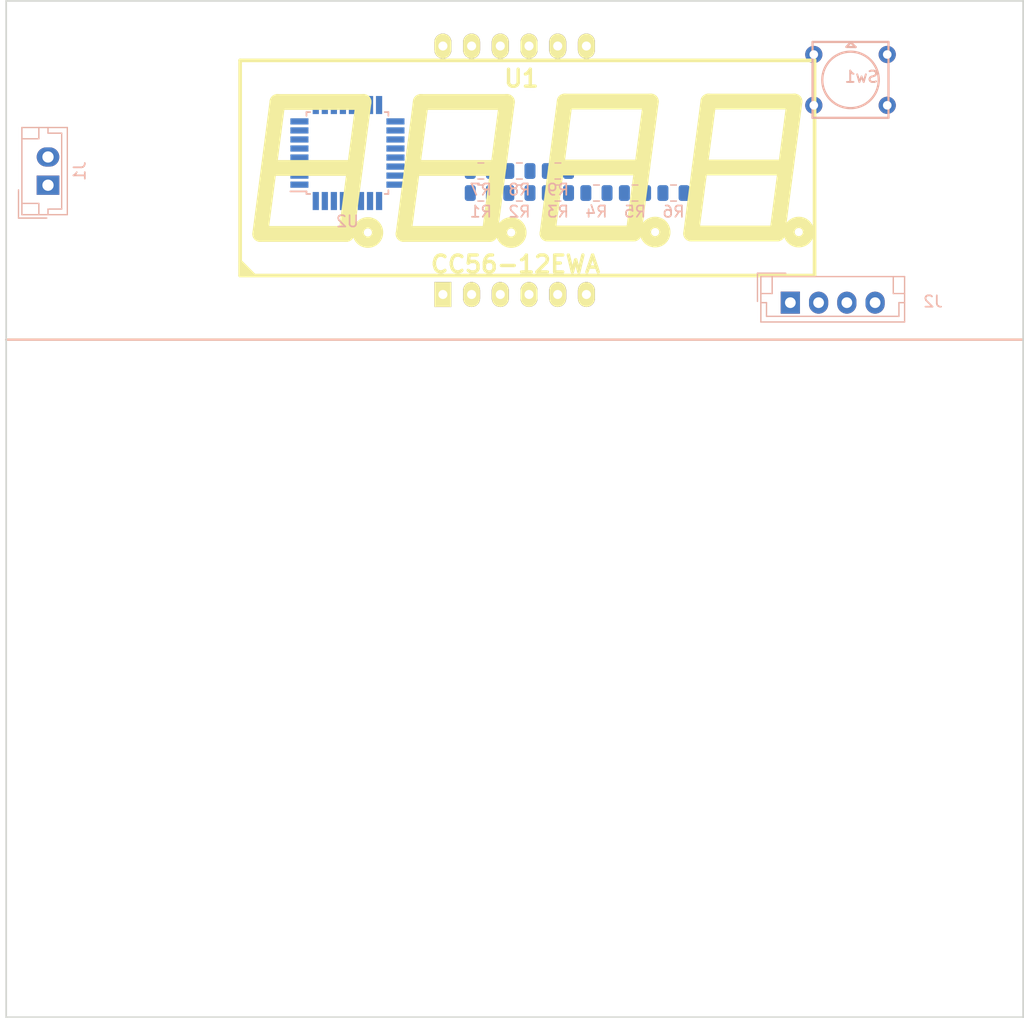
<source format=kicad_pcb>
(kicad_pcb (version 20171130) (host pcbnew "(5.0.0)")

  (general
    (thickness 1.6)
    (drawings 6)
    (tracks 0)
    (zones 0)
    (modules 14)
    (nets 38)
  )

  (page A4)
  (layers
    (0 F.Cu signal)
    (31 B.Cu signal)
    (32 B.Adhes user)
    (33 F.Adhes user)
    (34 B.Paste user)
    (35 F.Paste user)
    (36 B.SilkS user)
    (37 F.SilkS user)
    (38 B.Mask user)
    (39 F.Mask user)
    (40 Dwgs.User user)
    (41 Cmts.User user)
    (42 Eco1.User user)
    (43 Eco2.User user)
    (44 Edge.Cuts user)
    (45 Margin user)
    (46 B.CrtYd user)
    (47 F.CrtYd user)
    (48 B.Fab user)
    (49 F.Fab user)
  )

  (setup
    (last_trace_width 0.25)
    (trace_clearance 0.2)
    (zone_clearance 0.508)
    (zone_45_only no)
    (trace_min 0.2)
    (segment_width 0.2)
    (edge_width 0.15)
    (via_size 0.8)
    (via_drill 0.4)
    (via_min_size 0.4)
    (via_min_drill 0.3)
    (uvia_size 0.3)
    (uvia_drill 0.1)
    (uvias_allowed no)
    (uvia_min_size 0.2)
    (uvia_min_drill 0.1)
    (pcb_text_width 0.3)
    (pcb_text_size 1.5 1.5)
    (mod_edge_width 0.15)
    (mod_text_size 1 1)
    (mod_text_width 0.15)
    (pad_size 1.524 1.524)
    (pad_drill 0.762)
    (pad_to_mask_clearance 0.2)
    (aux_axis_origin 0 0)
    (visible_elements 7FFFFFFF)
    (pcbplotparams
      (layerselection 0x010fc_ffffffff)
      (usegerberextensions false)
      (usegerberattributes false)
      (usegerberadvancedattributes false)
      (creategerberjobfile false)
      (excludeedgelayer true)
      (linewidth 0.100000)
      (plotframeref false)
      (viasonmask false)
      (mode 1)
      (useauxorigin false)
      (hpglpennumber 1)
      (hpglpenspeed 20)
      (hpglpendiameter 15.000000)
      (psnegative false)
      (psa4output false)
      (plotreference true)
      (plotvalue true)
      (plotinvisibletext false)
      (padsonsilk false)
      (subtractmaskfromsilk false)
      (outputformat 1)
      (mirror false)
      (drillshape 1)
      (scaleselection 1)
      (outputdirectory ""))
  )

  (net 0 "")
  (net 1 "Net-(U1-Pad9)")
  (net 2 "Net-(U1-Pad8)")
  (net 3 "Net-(U1-Pad6)")
  (net 4 "Net-(U1-Pad12)")
  (net 5 "Net-(R1-Pad1)")
  (net 6 "Net-(R1-Pad2)")
  (net 7 "Net-(R2-Pad2)")
  (net 8 "Net-(R2-Pad1)")
  (net 9 "Net-(R3-Pad1)")
  (net 10 "Net-(R3-Pad2)")
  (net 11 "Net-(R4-Pad2)")
  (net 12 "Net-(R4-Pad1)")
  (net 13 "Net-(R5-Pad1)")
  (net 14 "Net-(R5-Pad2)")
  (net 15 "Net-(R6-Pad2)")
  (net 16 "Net-(R6-Pad1)")
  (net 17 "Net-(R7-Pad1)")
  (net 18 "Net-(R7-Pad2)")
  (net 19 "Net-(R8-Pad2)")
  (net 20 "Net-(R8-Pad1)")
  (net 21 +5V)
  (net 22 "Net-(R9-Pad2)")
  (net 23 GND)
  (net 24 "Net-(U2-Pad7)")
  (net 25 "Net-(U2-Pad8)")
  (net 26 "Net-(U2-Pad18)")
  (net 27 "Net-(U2-Pad19)")
  (net 28 "Net-(U2-Pad20)")
  (net 29 "Net-(U2-Pad22)")
  (net 30 "Net-(U2-Pad23)")
  (net 31 "Net-(U2-Pad24)")
  (net 32 "Net-(U2-Pad25)")
  (net 33 "Net-(U2-Pad26)")
  (net 34 "Net-(U2-Pad27)")
  (net 35 "Net-(U2-Pad28)")
  (net 36 "Net-(J2-Pad3)")
  (net 37 "Net-(J2-Pad4)")

  (net_class Default "This is the default net class."
    (clearance 0.2)
    (trace_width 0.25)
    (via_dia 0.8)
    (via_drill 0.4)
    (uvia_dia 0.3)
    (uvia_drill 0.1)
    (add_net +5V)
    (add_net GND)
    (add_net "Net-(J2-Pad3)")
    (add_net "Net-(J2-Pad4)")
    (add_net "Net-(R1-Pad1)")
    (add_net "Net-(R1-Pad2)")
    (add_net "Net-(R2-Pad1)")
    (add_net "Net-(R2-Pad2)")
    (add_net "Net-(R3-Pad1)")
    (add_net "Net-(R3-Pad2)")
    (add_net "Net-(R4-Pad1)")
    (add_net "Net-(R4-Pad2)")
    (add_net "Net-(R5-Pad1)")
    (add_net "Net-(R5-Pad2)")
    (add_net "Net-(R6-Pad1)")
    (add_net "Net-(R6-Pad2)")
    (add_net "Net-(R7-Pad1)")
    (add_net "Net-(R7-Pad2)")
    (add_net "Net-(R8-Pad1)")
    (add_net "Net-(R8-Pad2)")
    (add_net "Net-(R9-Pad2)")
    (add_net "Net-(U1-Pad12)")
    (add_net "Net-(U1-Pad6)")
    (add_net "Net-(U1-Pad8)")
    (add_net "Net-(U1-Pad9)")
    (add_net "Net-(U2-Pad18)")
    (add_net "Net-(U2-Pad19)")
    (add_net "Net-(U2-Pad20)")
    (add_net "Net-(U2-Pad22)")
    (add_net "Net-(U2-Pad23)")
    (add_net "Net-(U2-Pad24)")
    (add_net "Net-(U2-Pad25)")
    (add_net "Net-(U2-Pad26)")
    (add_net "Net-(U2-Pad27)")
    (add_net "Net-(U2-Pad28)")
    (add_net "Net-(U2-Pad7)")
    (add_net "Net-(U2-Pad8)")
  )

  (module Connector_JST:JST_EH_B04B-EH-A_1x04_P2.50mm_Vertical (layer B.Cu) (tedit 5A0EB040) (tstamp 5BE14775)
    (at 169.4 76.725)
    (descr "JST EH series connector, B04B-EH-A (http://www.jst-mfg.com/product/pdf/eng/eEH.pdf), generated with kicad-footprint-generator")
    (tags "connector JST EH side entry")
    (path /5BBD60F2)
    (fp_text reference J2 (at 12.625 -0.1) (layer B.SilkS)
      (effects (font (size 1 1) (thickness 0.15)) (justify mirror))
    )
    (fp_text value Conn_01x04_Female (at 3.75 -3.4) (layer B.Fab)
      (effects (font (size 1 1) (thickness 0.15)) (justify mirror))
    )
    (fp_line (start -2.5 1.6) (end -2.5 -2.2) (layer B.Fab) (width 0.1))
    (fp_line (start -2.5 -2.2) (end 10 -2.2) (layer B.Fab) (width 0.1))
    (fp_line (start 10 -2.2) (end 10 1.6) (layer B.Fab) (width 0.1))
    (fp_line (start 10 1.6) (end -2.5 1.6) (layer B.Fab) (width 0.1))
    (fp_line (start -3 2.1) (end -3 -2.7) (layer B.CrtYd) (width 0.05))
    (fp_line (start -3 -2.7) (end 10.5 -2.7) (layer B.CrtYd) (width 0.05))
    (fp_line (start 10.5 -2.7) (end 10.5 2.1) (layer B.CrtYd) (width 0.05))
    (fp_line (start 10.5 2.1) (end -3 2.1) (layer B.CrtYd) (width 0.05))
    (fp_line (start -2.61 1.71) (end -2.61 -2.31) (layer B.SilkS) (width 0.12))
    (fp_line (start -2.61 -2.31) (end 10.11 -2.31) (layer B.SilkS) (width 0.12))
    (fp_line (start 10.11 -2.31) (end 10.11 1.71) (layer B.SilkS) (width 0.12))
    (fp_line (start 10.11 1.71) (end -2.61 1.71) (layer B.SilkS) (width 0.12))
    (fp_line (start -2.61 0) (end -2.11 0) (layer B.SilkS) (width 0.12))
    (fp_line (start -2.11 0) (end -2.11 1.21) (layer B.SilkS) (width 0.12))
    (fp_line (start -2.11 1.21) (end 9.61 1.21) (layer B.SilkS) (width 0.12))
    (fp_line (start 9.61 1.21) (end 9.61 0) (layer B.SilkS) (width 0.12))
    (fp_line (start 9.61 0) (end 10.11 0) (layer B.SilkS) (width 0.12))
    (fp_line (start -2.61 -0.81) (end -1.61 -0.81) (layer B.SilkS) (width 0.12))
    (fp_line (start -1.61 -0.81) (end -1.61 -2.31) (layer B.SilkS) (width 0.12))
    (fp_line (start 10.11 -0.81) (end 9.11 -0.81) (layer B.SilkS) (width 0.12))
    (fp_line (start 9.11 -0.81) (end 9.11 -2.31) (layer B.SilkS) (width 0.12))
    (fp_line (start -2.91 -0.11) (end -2.91 -2.61) (layer B.SilkS) (width 0.12))
    (fp_line (start -2.91 -2.61) (end -0.41 -2.61) (layer B.SilkS) (width 0.12))
    (fp_line (start -2.91 -0.11) (end -2.91 -2.61) (layer B.Fab) (width 0.1))
    (fp_line (start -2.91 -2.61) (end -0.41 -2.61) (layer B.Fab) (width 0.1))
    (fp_text user %R (at 3.75 -1.5) (layer B.Fab)
      (effects (font (size 1 1) (thickness 0.15)) (justify mirror))
    )
    (pad 1 thru_hole rect (at 0 0) (size 1.7 1.95) (drill 0.95) (layers *.Cu *.Mask)
      (net 21 +5V))
    (pad 2 thru_hole oval (at 2.5 0) (size 1.7 1.95) (drill 0.95) (layers *.Cu *.Mask)
      (net 23 GND))
    (pad 3 thru_hole oval (at 5 0) (size 1.7 1.95) (drill 0.95) (layers *.Cu *.Mask)
      (net 36 "Net-(J2-Pad3)"))
    (pad 4 thru_hole oval (at 7.5 0) (size 1.7 1.95) (drill 0.95) (layers *.Cu *.Mask)
      (net 37 "Net-(J2-Pad4)"))
    (model ${KISYS3DMOD}/Connector_JST.3dshapes/JST_EH_B04B-EH-A_1x04_P2.50mm_Vertical.wrl
      (at (xyz 0 0 0))
      (scale (xyz 1 1 1))
      (rotate (xyz 0 0 0))
    )
  )

  (module Connector_JST:JST_EH_B02B-EH-A_1x02_P2.50mm_Vertical (layer B.Cu) (tedit 5A0EB040) (tstamp 5BD325D2)
    (at 103.7 66.325 90)
    (descr "JST EH series connector, B02B-EH-A (http://www.jst-mfg.com/product/pdf/eng/eEH.pdf), generated with kicad-footprint-generator")
    (tags "connector JST EH side entry")
    (path /5BBD0B62)
    (fp_text reference J1 (at 1.25 2.8 90) (layer B.SilkS)
      (effects (font (size 1 1) (thickness 0.15)) (justify mirror))
    )
    (fp_text value Conn_01x02_Female (at 1.25 -3.4 90) (layer B.Fab)
      (effects (font (size 1 1) (thickness 0.15)) (justify mirror))
    )
    (fp_line (start -2.5 1.6) (end -2.5 -2.2) (layer B.Fab) (width 0.1))
    (fp_line (start -2.5 -2.2) (end 5 -2.2) (layer B.Fab) (width 0.1))
    (fp_line (start 5 -2.2) (end 5 1.6) (layer B.Fab) (width 0.1))
    (fp_line (start 5 1.6) (end -2.5 1.6) (layer B.Fab) (width 0.1))
    (fp_line (start -3 2.1) (end -3 -2.7) (layer B.CrtYd) (width 0.05))
    (fp_line (start -3 -2.7) (end 5.5 -2.7) (layer B.CrtYd) (width 0.05))
    (fp_line (start 5.5 -2.7) (end 5.5 2.1) (layer B.CrtYd) (width 0.05))
    (fp_line (start 5.5 2.1) (end -3 2.1) (layer B.CrtYd) (width 0.05))
    (fp_line (start -2.61 1.71) (end -2.61 -2.31) (layer B.SilkS) (width 0.12))
    (fp_line (start -2.61 -2.31) (end 5.11 -2.31) (layer B.SilkS) (width 0.12))
    (fp_line (start 5.11 -2.31) (end 5.11 1.71) (layer B.SilkS) (width 0.12))
    (fp_line (start 5.11 1.71) (end -2.61 1.71) (layer B.SilkS) (width 0.12))
    (fp_line (start -2.61 0) (end -2.11 0) (layer B.SilkS) (width 0.12))
    (fp_line (start -2.11 0) (end -2.11 1.21) (layer B.SilkS) (width 0.12))
    (fp_line (start -2.11 1.21) (end 4.61 1.21) (layer B.SilkS) (width 0.12))
    (fp_line (start 4.61 1.21) (end 4.61 0) (layer B.SilkS) (width 0.12))
    (fp_line (start 4.61 0) (end 5.11 0) (layer B.SilkS) (width 0.12))
    (fp_line (start -2.61 -0.81) (end -1.61 -0.81) (layer B.SilkS) (width 0.12))
    (fp_line (start -1.61 -0.81) (end -1.61 -2.31) (layer B.SilkS) (width 0.12))
    (fp_line (start 5.11 -0.81) (end 4.11 -0.81) (layer B.SilkS) (width 0.12))
    (fp_line (start 4.11 -0.81) (end 4.11 -2.31) (layer B.SilkS) (width 0.12))
    (fp_line (start -2.91 -0.11) (end -2.91 -2.61) (layer B.SilkS) (width 0.12))
    (fp_line (start -2.91 -2.61) (end -0.41 -2.61) (layer B.SilkS) (width 0.12))
    (fp_line (start -2.91 -0.11) (end -2.91 -2.61) (layer B.Fab) (width 0.1))
    (fp_line (start -2.91 -2.61) (end -0.41 -2.61) (layer B.Fab) (width 0.1))
    (fp_text user %R (at 1.25 -1.5 90) (layer B.Fab)
      (effects (font (size 1 1) (thickness 0.15)) (justify mirror))
    )
    (pad 1 thru_hole rect (at 0 0 90) (size 1.7 2) (drill 1) (layers *.Cu *.Mask)
      (net 23 GND))
    (pad 2 thru_hole oval (at 2.5 0 90) (size 1.7 2) (drill 1) (layers *.Cu *.Mask)
      (net 21 +5V))
    (model ${KISYS3DMOD}/Connector_JST.3dshapes/JST_EH_B02B-EH-A_1x02_P2.50mm_Vertical.wrl
      (at (xyz 0 0 0))
      (scale (xyz 1 1 1))
      (rotate (xyz 0 0 0))
    )
  )

  (module Resistor_SMD:R_0805_2012Metric (layer B.Cu) (tedit 5B36C52B) (tstamp 5BD325E3)
    (at 142.009274 67.017162)
    (descr "Resistor SMD 0805 (2012 Metric), square (rectangular) end terminal, IPC_7351 nominal, (Body size source: https://docs.google.com/spreadsheets/d/1BsfQQcO9C6DZCsRaXUlFlo91Tg2WpOkGARC1WS5S8t0/edit?usp=sharing), generated with kicad-footprint-generator")
    (tags resistor)
    (path /5BBA65A1)
    (attr smd)
    (fp_text reference R1 (at 0 1.65) (layer B.SilkS)
      (effects (font (size 1 1) (thickness 0.15)) (justify mirror))
    )
    (fp_text value R (at 0 -1.65) (layer B.Fab)
      (effects (font (size 1 1) (thickness 0.15)) (justify mirror))
    )
    (fp_line (start -1 -0.6) (end -1 0.6) (layer B.Fab) (width 0.1))
    (fp_line (start -1 0.6) (end 1 0.6) (layer B.Fab) (width 0.1))
    (fp_line (start 1 0.6) (end 1 -0.6) (layer B.Fab) (width 0.1))
    (fp_line (start 1 -0.6) (end -1 -0.6) (layer B.Fab) (width 0.1))
    (fp_line (start -0.258578 0.71) (end 0.258578 0.71) (layer B.SilkS) (width 0.12))
    (fp_line (start -0.258578 -0.71) (end 0.258578 -0.71) (layer B.SilkS) (width 0.12))
    (fp_line (start -1.68 -0.95) (end -1.68 0.95) (layer B.CrtYd) (width 0.05))
    (fp_line (start -1.68 0.95) (end 1.68 0.95) (layer B.CrtYd) (width 0.05))
    (fp_line (start 1.68 0.95) (end 1.68 -0.95) (layer B.CrtYd) (width 0.05))
    (fp_line (start 1.68 -0.95) (end -1.68 -0.95) (layer B.CrtYd) (width 0.05))
    (fp_text user %R (at 0 0) (layer B.Fab)
      (effects (font (size 0.5 0.5) (thickness 0.08)) (justify mirror))
    )
    (pad 1 smd roundrect (at -0.9375 0) (size 0.975 1.4) (layers B.Cu B.Paste B.Mask) (roundrect_rratio 0.25)
      (net 5 "Net-(R1-Pad1)"))
    (pad 2 smd roundrect (at 0.9375 0) (size 0.975 1.4) (layers B.Cu B.Paste B.Mask) (roundrect_rratio 0.25)
      (net 6 "Net-(R1-Pad2)"))
    (model ${KISYS3DMOD}/Resistor_SMD.3dshapes/R_0805_2012Metric.wrl
      (at (xyz 0 0 0))
      (scale (xyz 1 1 1))
      (rotate (xyz 0 0 0))
    )
  )

  (module Resistor_SMD:R_0805_2012Metric (layer B.Cu) (tedit 5B36C52B) (tstamp 5BD325F4)
    (at 145.419274 67.017162)
    (descr "Resistor SMD 0805 (2012 Metric), square (rectangular) end terminal, IPC_7351 nominal, (Body size source: https://docs.google.com/spreadsheets/d/1BsfQQcO9C6DZCsRaXUlFlo91Tg2WpOkGARC1WS5S8t0/edit?usp=sharing), generated with kicad-footprint-generator")
    (tags resistor)
    (path /5BBA6632)
    (attr smd)
    (fp_text reference R2 (at 0 1.65) (layer B.SilkS)
      (effects (font (size 1 1) (thickness 0.15)) (justify mirror))
    )
    (fp_text value R (at 0 -1.65) (layer B.Fab)
      (effects (font (size 1 1) (thickness 0.15)) (justify mirror))
    )
    (fp_text user %R (at 0 0) (layer B.Fab)
      (effects (font (size 0.5 0.5) (thickness 0.08)) (justify mirror))
    )
    (fp_line (start 1.68 -0.95) (end -1.68 -0.95) (layer B.CrtYd) (width 0.05))
    (fp_line (start 1.68 0.95) (end 1.68 -0.95) (layer B.CrtYd) (width 0.05))
    (fp_line (start -1.68 0.95) (end 1.68 0.95) (layer B.CrtYd) (width 0.05))
    (fp_line (start -1.68 -0.95) (end -1.68 0.95) (layer B.CrtYd) (width 0.05))
    (fp_line (start -0.258578 -0.71) (end 0.258578 -0.71) (layer B.SilkS) (width 0.12))
    (fp_line (start -0.258578 0.71) (end 0.258578 0.71) (layer B.SilkS) (width 0.12))
    (fp_line (start 1 -0.6) (end -1 -0.6) (layer B.Fab) (width 0.1))
    (fp_line (start 1 0.6) (end 1 -0.6) (layer B.Fab) (width 0.1))
    (fp_line (start -1 0.6) (end 1 0.6) (layer B.Fab) (width 0.1))
    (fp_line (start -1 -0.6) (end -1 0.6) (layer B.Fab) (width 0.1))
    (pad 2 smd roundrect (at 0.9375 0) (size 0.975 1.4) (layers B.Cu B.Paste B.Mask) (roundrect_rratio 0.25)
      (net 7 "Net-(R2-Pad2)"))
    (pad 1 smd roundrect (at -0.9375 0) (size 0.975 1.4) (layers B.Cu B.Paste B.Mask) (roundrect_rratio 0.25)
      (net 8 "Net-(R2-Pad1)"))
    (model ${KISYS3DMOD}/Resistor_SMD.3dshapes/R_0805_2012Metric.wrl
      (at (xyz 0 0 0))
      (scale (xyz 1 1 1))
      (rotate (xyz 0 0 0))
    )
  )

  (module Resistor_SMD:R_0805_2012Metric (layer B.Cu) (tedit 5B36C52B) (tstamp 5BD32605)
    (at 148.829274 67.017162)
    (descr "Resistor SMD 0805 (2012 Metric), square (rectangular) end terminal, IPC_7351 nominal, (Body size source: https://docs.google.com/spreadsheets/d/1BsfQQcO9C6DZCsRaXUlFlo91Tg2WpOkGARC1WS5S8t0/edit?usp=sharing), generated with kicad-footprint-generator")
    (tags resistor)
    (path /5BBA6682)
    (attr smd)
    (fp_text reference R3 (at 0 1.65) (layer B.SilkS)
      (effects (font (size 1 1) (thickness 0.15)) (justify mirror))
    )
    (fp_text value R (at 0 -1.65) (layer B.Fab)
      (effects (font (size 1 1) (thickness 0.15)) (justify mirror))
    )
    (fp_line (start -1 -0.6) (end -1 0.6) (layer B.Fab) (width 0.1))
    (fp_line (start -1 0.6) (end 1 0.6) (layer B.Fab) (width 0.1))
    (fp_line (start 1 0.6) (end 1 -0.6) (layer B.Fab) (width 0.1))
    (fp_line (start 1 -0.6) (end -1 -0.6) (layer B.Fab) (width 0.1))
    (fp_line (start -0.258578 0.71) (end 0.258578 0.71) (layer B.SilkS) (width 0.12))
    (fp_line (start -0.258578 -0.71) (end 0.258578 -0.71) (layer B.SilkS) (width 0.12))
    (fp_line (start -1.68 -0.95) (end -1.68 0.95) (layer B.CrtYd) (width 0.05))
    (fp_line (start -1.68 0.95) (end 1.68 0.95) (layer B.CrtYd) (width 0.05))
    (fp_line (start 1.68 0.95) (end 1.68 -0.95) (layer B.CrtYd) (width 0.05))
    (fp_line (start 1.68 -0.95) (end -1.68 -0.95) (layer B.CrtYd) (width 0.05))
    (fp_text user %R (at 0 0) (layer B.Fab)
      (effects (font (size 0.5 0.5) (thickness 0.08)) (justify mirror))
    )
    (pad 1 smd roundrect (at -0.9375 0) (size 0.975 1.4) (layers B.Cu B.Paste B.Mask) (roundrect_rratio 0.25)
      (net 9 "Net-(R3-Pad1)"))
    (pad 2 smd roundrect (at 0.9375 0) (size 0.975 1.4) (layers B.Cu B.Paste B.Mask) (roundrect_rratio 0.25)
      (net 10 "Net-(R3-Pad2)"))
    (model ${KISYS3DMOD}/Resistor_SMD.3dshapes/R_0805_2012Metric.wrl
      (at (xyz 0 0 0))
      (scale (xyz 1 1 1))
      (rotate (xyz 0 0 0))
    )
  )

  (module Resistor_SMD:R_0805_2012Metric (layer B.Cu) (tedit 5B36C52B) (tstamp 5BD32616)
    (at 152.239274 67.017162)
    (descr "Resistor SMD 0805 (2012 Metric), square (rectangular) end terminal, IPC_7351 nominal, (Body size source: https://docs.google.com/spreadsheets/d/1BsfQQcO9C6DZCsRaXUlFlo91Tg2WpOkGARC1WS5S8t0/edit?usp=sharing), generated with kicad-footprint-generator")
    (tags resistor)
    (path /5BBA66AE)
    (attr smd)
    (fp_text reference R4 (at 0 1.65) (layer B.SilkS)
      (effects (font (size 1 1) (thickness 0.15)) (justify mirror))
    )
    (fp_text value R (at 0 -1.65) (layer B.Fab)
      (effects (font (size 1 1) (thickness 0.15)) (justify mirror))
    )
    (fp_text user %R (at 0 0) (layer B.Fab)
      (effects (font (size 0.5 0.5) (thickness 0.08)) (justify mirror))
    )
    (fp_line (start 1.68 -0.95) (end -1.68 -0.95) (layer B.CrtYd) (width 0.05))
    (fp_line (start 1.68 0.95) (end 1.68 -0.95) (layer B.CrtYd) (width 0.05))
    (fp_line (start -1.68 0.95) (end 1.68 0.95) (layer B.CrtYd) (width 0.05))
    (fp_line (start -1.68 -0.95) (end -1.68 0.95) (layer B.CrtYd) (width 0.05))
    (fp_line (start -0.258578 -0.71) (end 0.258578 -0.71) (layer B.SilkS) (width 0.12))
    (fp_line (start -0.258578 0.71) (end 0.258578 0.71) (layer B.SilkS) (width 0.12))
    (fp_line (start 1 -0.6) (end -1 -0.6) (layer B.Fab) (width 0.1))
    (fp_line (start 1 0.6) (end 1 -0.6) (layer B.Fab) (width 0.1))
    (fp_line (start -1 0.6) (end 1 0.6) (layer B.Fab) (width 0.1))
    (fp_line (start -1 -0.6) (end -1 0.6) (layer B.Fab) (width 0.1))
    (pad 2 smd roundrect (at 0.9375 0) (size 0.975 1.4) (layers B.Cu B.Paste B.Mask) (roundrect_rratio 0.25)
      (net 11 "Net-(R4-Pad2)"))
    (pad 1 smd roundrect (at -0.9375 0) (size 0.975 1.4) (layers B.Cu B.Paste B.Mask) (roundrect_rratio 0.25)
      (net 12 "Net-(R4-Pad1)"))
    (model ${KISYS3DMOD}/Resistor_SMD.3dshapes/R_0805_2012Metric.wrl
      (at (xyz 0 0 0))
      (scale (xyz 1 1 1))
      (rotate (xyz 0 0 0))
    )
  )

  (module Resistor_SMD:R_0805_2012Metric (layer B.Cu) (tedit 5B36C52B) (tstamp 5BD32627)
    (at 155.649274 67.017162)
    (descr "Resistor SMD 0805 (2012 Metric), square (rectangular) end terminal, IPC_7351 nominal, (Body size source: https://docs.google.com/spreadsheets/d/1BsfQQcO9C6DZCsRaXUlFlo91Tg2WpOkGARC1WS5S8t0/edit?usp=sharing), generated with kicad-footprint-generator")
    (tags resistor)
    (path /5BBA6760)
    (attr smd)
    (fp_text reference R5 (at 0 1.65) (layer B.SilkS)
      (effects (font (size 1 1) (thickness 0.15)) (justify mirror))
    )
    (fp_text value R (at 0 -1.65) (layer B.Fab)
      (effects (font (size 1 1) (thickness 0.15)) (justify mirror))
    )
    (fp_line (start -1 -0.6) (end -1 0.6) (layer B.Fab) (width 0.1))
    (fp_line (start -1 0.6) (end 1 0.6) (layer B.Fab) (width 0.1))
    (fp_line (start 1 0.6) (end 1 -0.6) (layer B.Fab) (width 0.1))
    (fp_line (start 1 -0.6) (end -1 -0.6) (layer B.Fab) (width 0.1))
    (fp_line (start -0.258578 0.71) (end 0.258578 0.71) (layer B.SilkS) (width 0.12))
    (fp_line (start -0.258578 -0.71) (end 0.258578 -0.71) (layer B.SilkS) (width 0.12))
    (fp_line (start -1.68 -0.95) (end -1.68 0.95) (layer B.CrtYd) (width 0.05))
    (fp_line (start -1.68 0.95) (end 1.68 0.95) (layer B.CrtYd) (width 0.05))
    (fp_line (start 1.68 0.95) (end 1.68 -0.95) (layer B.CrtYd) (width 0.05))
    (fp_line (start 1.68 -0.95) (end -1.68 -0.95) (layer B.CrtYd) (width 0.05))
    (fp_text user %R (at 0 0) (layer B.Fab)
      (effects (font (size 0.5 0.5) (thickness 0.08)) (justify mirror))
    )
    (pad 1 smd roundrect (at -0.9375 0) (size 0.975 1.4) (layers B.Cu B.Paste B.Mask) (roundrect_rratio 0.25)
      (net 13 "Net-(R5-Pad1)"))
    (pad 2 smd roundrect (at 0.9375 0) (size 0.975 1.4) (layers B.Cu B.Paste B.Mask) (roundrect_rratio 0.25)
      (net 14 "Net-(R5-Pad2)"))
    (model ${KISYS3DMOD}/Resistor_SMD.3dshapes/R_0805_2012Metric.wrl
      (at (xyz 0 0 0))
      (scale (xyz 1 1 1))
      (rotate (xyz 0 0 0))
    )
  )

  (module Resistor_SMD:R_0805_2012Metric (layer B.Cu) (tedit 5B36C52B) (tstamp 5BD32638)
    (at 159.059274 67.017162)
    (descr "Resistor SMD 0805 (2012 Metric), square (rectangular) end terminal, IPC_7351 nominal, (Body size source: https://docs.google.com/spreadsheets/d/1BsfQQcO9C6DZCsRaXUlFlo91Tg2WpOkGARC1WS5S8t0/edit?usp=sharing), generated with kicad-footprint-generator")
    (tags resistor)
    (path /5BBA67C5)
    (attr smd)
    (fp_text reference R6 (at 0 1.65) (layer B.SilkS)
      (effects (font (size 1 1) (thickness 0.15)) (justify mirror))
    )
    (fp_text value R (at 0 -1.65) (layer B.Fab)
      (effects (font (size 1 1) (thickness 0.15)) (justify mirror))
    )
    (fp_text user %R (at 0 0) (layer B.Fab)
      (effects (font (size 0.5 0.5) (thickness 0.08)) (justify mirror))
    )
    (fp_line (start 1.68 -0.95) (end -1.68 -0.95) (layer B.CrtYd) (width 0.05))
    (fp_line (start 1.68 0.95) (end 1.68 -0.95) (layer B.CrtYd) (width 0.05))
    (fp_line (start -1.68 0.95) (end 1.68 0.95) (layer B.CrtYd) (width 0.05))
    (fp_line (start -1.68 -0.95) (end -1.68 0.95) (layer B.CrtYd) (width 0.05))
    (fp_line (start -0.258578 -0.71) (end 0.258578 -0.71) (layer B.SilkS) (width 0.12))
    (fp_line (start -0.258578 0.71) (end 0.258578 0.71) (layer B.SilkS) (width 0.12))
    (fp_line (start 1 -0.6) (end -1 -0.6) (layer B.Fab) (width 0.1))
    (fp_line (start 1 0.6) (end 1 -0.6) (layer B.Fab) (width 0.1))
    (fp_line (start -1 0.6) (end 1 0.6) (layer B.Fab) (width 0.1))
    (fp_line (start -1 -0.6) (end -1 0.6) (layer B.Fab) (width 0.1))
    (pad 2 smd roundrect (at 0.9375 0) (size 0.975 1.4) (layers B.Cu B.Paste B.Mask) (roundrect_rratio 0.25)
      (net 15 "Net-(R6-Pad2)"))
    (pad 1 smd roundrect (at -0.9375 0) (size 0.975 1.4) (layers B.Cu B.Paste B.Mask) (roundrect_rratio 0.25)
      (net 16 "Net-(R6-Pad1)"))
    (model ${KISYS3DMOD}/Resistor_SMD.3dshapes/R_0805_2012Metric.wrl
      (at (xyz 0 0 0))
      (scale (xyz 1 1 1))
      (rotate (xyz 0 0 0))
    )
  )

  (module Resistor_SMD:R_0805_2012Metric (layer B.Cu) (tedit 5B36C52B) (tstamp 5BD32649)
    (at 142.009274 65.067162)
    (descr "Resistor SMD 0805 (2012 Metric), square (rectangular) end terminal, IPC_7351 nominal, (Body size source: https://docs.google.com/spreadsheets/d/1BsfQQcO9C6DZCsRaXUlFlo91Tg2WpOkGARC1WS5S8t0/edit?usp=sharing), generated with kicad-footprint-generator")
    (tags resistor)
    (path /5BBA6863)
    (attr smd)
    (fp_text reference R7 (at 0 1.65) (layer B.SilkS)
      (effects (font (size 1 1) (thickness 0.15)) (justify mirror))
    )
    (fp_text value R (at 0 -1.65) (layer B.Fab)
      (effects (font (size 1 1) (thickness 0.15)) (justify mirror))
    )
    (fp_line (start -1 -0.6) (end -1 0.6) (layer B.Fab) (width 0.1))
    (fp_line (start -1 0.6) (end 1 0.6) (layer B.Fab) (width 0.1))
    (fp_line (start 1 0.6) (end 1 -0.6) (layer B.Fab) (width 0.1))
    (fp_line (start 1 -0.6) (end -1 -0.6) (layer B.Fab) (width 0.1))
    (fp_line (start -0.258578 0.71) (end 0.258578 0.71) (layer B.SilkS) (width 0.12))
    (fp_line (start -0.258578 -0.71) (end 0.258578 -0.71) (layer B.SilkS) (width 0.12))
    (fp_line (start -1.68 -0.95) (end -1.68 0.95) (layer B.CrtYd) (width 0.05))
    (fp_line (start -1.68 0.95) (end 1.68 0.95) (layer B.CrtYd) (width 0.05))
    (fp_line (start 1.68 0.95) (end 1.68 -0.95) (layer B.CrtYd) (width 0.05))
    (fp_line (start 1.68 -0.95) (end -1.68 -0.95) (layer B.CrtYd) (width 0.05))
    (fp_text user %R (at 0 0) (layer B.Fab)
      (effects (font (size 0.5 0.5) (thickness 0.08)) (justify mirror))
    )
    (pad 1 smd roundrect (at -0.9375 0) (size 0.975 1.4) (layers B.Cu B.Paste B.Mask) (roundrect_rratio 0.25)
      (net 17 "Net-(R7-Pad1)"))
    (pad 2 smd roundrect (at 0.9375 0) (size 0.975 1.4) (layers B.Cu B.Paste B.Mask) (roundrect_rratio 0.25)
      (net 18 "Net-(R7-Pad2)"))
    (model ${KISYS3DMOD}/Resistor_SMD.3dshapes/R_0805_2012Metric.wrl
      (at (xyz 0 0 0))
      (scale (xyz 1 1 1))
      (rotate (xyz 0 0 0))
    )
  )

  (module Resistor_SMD:R_0805_2012Metric (layer B.Cu) (tedit 5B36C52B) (tstamp 5BD3265A)
    (at 145.419274 65.067162)
    (descr "Resistor SMD 0805 (2012 Metric), square (rectangular) end terminal, IPC_7351 nominal, (Body size source: https://docs.google.com/spreadsheets/d/1BsfQQcO9C6DZCsRaXUlFlo91Tg2WpOkGARC1WS5S8t0/edit?usp=sharing), generated with kicad-footprint-generator")
    (tags resistor)
    (path /5BBA68D3)
    (attr smd)
    (fp_text reference R8 (at 0 1.65) (layer B.SilkS)
      (effects (font (size 1 1) (thickness 0.15)) (justify mirror))
    )
    (fp_text value R (at 0 -1.65) (layer B.Fab)
      (effects (font (size 1 1) (thickness 0.15)) (justify mirror))
    )
    (fp_text user %R (at 0 0) (layer B.Fab)
      (effects (font (size 0.5 0.5) (thickness 0.08)) (justify mirror))
    )
    (fp_line (start 1.68 -0.95) (end -1.68 -0.95) (layer B.CrtYd) (width 0.05))
    (fp_line (start 1.68 0.95) (end 1.68 -0.95) (layer B.CrtYd) (width 0.05))
    (fp_line (start -1.68 0.95) (end 1.68 0.95) (layer B.CrtYd) (width 0.05))
    (fp_line (start -1.68 -0.95) (end -1.68 0.95) (layer B.CrtYd) (width 0.05))
    (fp_line (start -0.258578 -0.71) (end 0.258578 -0.71) (layer B.SilkS) (width 0.12))
    (fp_line (start -0.258578 0.71) (end 0.258578 0.71) (layer B.SilkS) (width 0.12))
    (fp_line (start 1 -0.6) (end -1 -0.6) (layer B.Fab) (width 0.1))
    (fp_line (start 1 0.6) (end 1 -0.6) (layer B.Fab) (width 0.1))
    (fp_line (start -1 0.6) (end 1 0.6) (layer B.Fab) (width 0.1))
    (fp_line (start -1 -0.6) (end -1 0.6) (layer B.Fab) (width 0.1))
    (pad 2 smd roundrect (at 0.9375 0) (size 0.975 1.4) (layers B.Cu B.Paste B.Mask) (roundrect_rratio 0.25)
      (net 19 "Net-(R8-Pad2)"))
    (pad 1 smd roundrect (at -0.9375 0) (size 0.975 1.4) (layers B.Cu B.Paste B.Mask) (roundrect_rratio 0.25)
      (net 20 "Net-(R8-Pad1)"))
    (model ${KISYS3DMOD}/Resistor_SMD.3dshapes/R_0805_2012Metric.wrl
      (at (xyz 0 0 0))
      (scale (xyz 1 1 1))
      (rotate (xyz 0 0 0))
    )
  )

  (module Resistor_SMD:R_0805_2012Metric (layer B.Cu) (tedit 5B36C52B) (tstamp 5BD3266B)
    (at 148.829274 65.067162)
    (descr "Resistor SMD 0805 (2012 Metric), square (rectangular) end terminal, IPC_7351 nominal, (Body size source: https://docs.google.com/spreadsheets/d/1BsfQQcO9C6DZCsRaXUlFlo91Tg2WpOkGARC1WS5S8t0/edit?usp=sharing), generated with kicad-footprint-generator")
    (tags resistor)
    (path /5BBC6560)
    (attr smd)
    (fp_text reference R9 (at 0 1.65) (layer B.SilkS)
      (effects (font (size 1 1) (thickness 0.15)) (justify mirror))
    )
    (fp_text value R (at 0 -1.65) (layer B.Fab)
      (effects (font (size 1 1) (thickness 0.15)) (justify mirror))
    )
    (fp_line (start -1 -0.6) (end -1 0.6) (layer B.Fab) (width 0.1))
    (fp_line (start -1 0.6) (end 1 0.6) (layer B.Fab) (width 0.1))
    (fp_line (start 1 0.6) (end 1 -0.6) (layer B.Fab) (width 0.1))
    (fp_line (start 1 -0.6) (end -1 -0.6) (layer B.Fab) (width 0.1))
    (fp_line (start -0.258578 0.71) (end 0.258578 0.71) (layer B.SilkS) (width 0.12))
    (fp_line (start -0.258578 -0.71) (end 0.258578 -0.71) (layer B.SilkS) (width 0.12))
    (fp_line (start -1.68 -0.95) (end -1.68 0.95) (layer B.CrtYd) (width 0.05))
    (fp_line (start -1.68 0.95) (end 1.68 0.95) (layer B.CrtYd) (width 0.05))
    (fp_line (start 1.68 0.95) (end 1.68 -0.95) (layer B.CrtYd) (width 0.05))
    (fp_line (start 1.68 -0.95) (end -1.68 -0.95) (layer B.CrtYd) (width 0.05))
    (fp_text user %R (at 0 0) (layer B.Fab)
      (effects (font (size 0.5 0.5) (thickness 0.08)) (justify mirror))
    )
    (pad 1 smd roundrect (at -0.9375 0) (size 0.975 1.4) (layers B.Cu B.Paste B.Mask) (roundrect_rratio 0.25)
      (net 21 +5V))
    (pad 2 smd roundrect (at 0.9375 0) (size 0.975 1.4) (layers B.Cu B.Paste B.Mask) (roundrect_rratio 0.25)
      (net 22 "Net-(R9-Pad2)"))
    (model ${KISYS3DMOD}/Resistor_SMD.3dshapes/R_0805_2012Metric.wrl
      (at (xyz 0 0 0))
      (scale (xyz 1 1 1))
      (rotate (xyz 0 0 0))
    )
  )

  (module Button_Switch_Keyboard:Pulsador (layer B.Cu) (tedit 5BB3EF52) (tstamp 5BD32683)
    (at 174.725 57 180)
    (path /5BBC65FD)
    (fp_text reference Sw1 (at -0.975 0.275 180) (layer B.SilkS)
      (effects (font (size 1 1) (thickness 0.17)) (justify mirror))
    )
    (fp_text value Pulsador (at 0.02 4.41 180) (layer B.Fab)
      (effects (font (size 1 1) (thickness 0.17)) (justify mirror))
    )
    (fp_line (start -3.36 -3.36) (end -3.36 3.36) (layer B.SilkS) (width 0.2))
    (fp_circle (center 0 0) (end 2.5 0) (layer B.SilkS) (width 0.2))
    (fp_line (start -3.36 3.36) (end 3.36 3.36) (layer B.SilkS) (width 0.2))
    (fp_line (start 3.36 3.36) (end 3.36 -3.36) (layer B.SilkS) (width 0.2))
    (fp_line (start 3.36 -3.36) (end -3.36 -3.36) (layer B.SilkS) (width 0.2))
    (fp_line (start -3 -3) (end 3 -3) (layer B.Fab) (width 0.12))
    (fp_line (start 3 -3) (end 3 3) (layer B.Fab) (width 0.12))
    (fp_line (start 3 3) (end -3 3) (layer B.Fab) (width 0.12))
    (fp_line (start -3 3) (end -3 -3) (layer B.Fab) (width 0.12))
    (fp_line (start 0.01 3.35) (end -0.45 2.91) (layer B.SilkS) (width 0.2))
    (fp_line (start -0.45 2.91) (end 0.36 2.92) (layer B.SilkS) (width 0.2))
    (fp_line (start 0.36 2.92) (end -0.02 3.33) (layer B.SilkS) (width 0.2))
    (fp_line (start -4.2 3.46) (end 4.2 3.46) (layer B.CrtYd) (width 0.05))
    (fp_line (start 4.2 3.46) (end 4.2 -3.46) (layer B.CrtYd) (width 0.05))
    (fp_line (start 4.2 -3.46) (end -4.2 -3.46) (layer B.CrtYd) (width 0.05))
    (fp_line (start -4.2 -3.46) (end -4.2 3.46) (layer B.CrtYd) (width 0.05))
    (pad 1 thru_hole circle (at -3.25 2.25 180) (size 1.524 1.524) (drill 0.762) (layers *.Cu *.Mask)
      (net 22 "Net-(R9-Pad2)"))
    (pad 1 thru_hole circle (at 3.25 2.25 180) (size 1.524 1.524) (drill 0.762) (layers *.Cu *.Mask)
      (net 22 "Net-(R9-Pad2)"))
    (pad 2 thru_hole circle (at 3.25 -2.25 180) (size 1.524 1.524) (drill 0.762) (layers *.Cu *.Mask)
      (net 23 GND))
    (pad 2 thru_hole circle (at -3.25 -2.25 180) (size 1.524 1.524) (drill 0.762) (layers *.Cu *.Mask)
      (net 23 GND))
    (model :Mis3D:TOPPUSH.wrl
      (offset (xyz 0 0 -2.8))
      (scale (xyz 0.3937 0.3937 0.3937))
      (rotate (xyz 0 0 90))
    )
  )

  (module Display_7Segment:7segdisp8.0in4Dig (layer F.Cu) (tedit 5BBACCE9) (tstamp 5BD326B6)
    (at 145 65)
    (descr "7 segments display, SA05 series")
    (tags display)
    (path /5BBA6414)
    (fp_text reference U1 (at 0.6 -8.125) (layer F.SilkS)
      (effects (font (size 1.5 1.5) (thickness 0.3)))
    )
    (fp_text value CC56-12EWA (at 0.075 8.325) (layer F.SilkS)
      (effects (font (size 1.5 1.5) (thickness 0.3)))
    )
    (fp_circle (center -0.3048 5.5118) (end -0.0508 5.2578) (layer F.SilkS) (width 1.00076))
    (fp_line (start -0.6858 -6.0452) (end -8.3058 -6.0452) (layer F.SilkS) (width 1.39954))
    (fp_line (start -2.2098 5.6388) (end -0.6858 -6.0452) (layer F.SilkS) (width 1.39954))
    (fp_line (start -9.8298 5.6388) (end -2.2098 5.6388) (layer F.SilkS) (width 1.39954))
    (fp_line (start -8.3058 -6.0452) (end -9.8298 5.6388) (layer F.SilkS) (width 1.39954))
    (fp_line (start -1.4478 -0.2032) (end -9.0678 -0.2032) (layer F.SilkS) (width 1.39954))
    (fp_line (start -35.8 12.85) (end 35.8 12.85) (layer F.CrtYd) (width 0.05))
    (fp_line (start 35.8 12.85) (end 35.8 -12.85) (layer F.CrtYd) (width 0.05))
    (fp_line (start 35.8 -12.85) (end -35.8 -12.85) (layer F.CrtYd) (width 0.05))
    (fp_line (start -35.8 -12.85) (end -35.8 12.85) (layer F.CrtYd) (width 0.05))
    (fp_line (start 10.5283 5.6007) (end 12.0523 -6.0833) (layer F.SilkS) (width 1.39954))
    (fp_line (start 4.4323 -6.0833) (end 2.9083 5.6007) (layer F.SilkS) (width 1.39954))
    (fp_line (start 11.2903 -0.2413) (end 3.6703 -0.2413) (layer F.SilkS) (width 1.39954))
    (fp_line (start 2.9083 5.6007) (end 10.5283 5.6007) (layer F.SilkS) (width 1.39954))
    (fp_circle (center 12.4333 5.4737) (end 12.6873 5.2197) (layer F.SilkS) (width 1.00076))
    (fp_line (start 12.0523 -6.0833) (end 4.4323 -6.0833) (layer F.SilkS) (width 1.39954))
    (fp_line (start 17.145 -6.0833) (end 15.621 5.6007) (layer F.SilkS) (width 1.39954))
    (fp_line (start 23.241 5.6007) (end 24.765 -6.0833) (layer F.SilkS) (width 1.39954))
    (fp_line (start 24.003 -0.2413) (end 16.383 -0.2413) (layer F.SilkS) (width 1.39954))
    (fp_line (start 15.621 5.6007) (end 23.241 5.6007) (layer F.SilkS) (width 1.39954))
    (fp_line (start 26.543 -9.7663) (end 26.543 9.2837) (layer F.SilkS) (width 0.32258))
    (fp_circle (center 25.146 5.4737) (end 25.4 5.2197) (layer F.SilkS) (width 1.00076))
    (fp_line (start 24.765 -6.0833) (end 17.145 -6.0833) (layer F.SilkS) (width 1.39954))
    (fp_line (start -23.4061 9.3218) (end -24.2951 8.4328) (layer F.SilkS) (width 0.3048))
    (fp_circle (center -12.9921 5.5118) (end -12.7381 5.2578) (layer F.SilkS) (width 1.00076))
    (fp_line (start -13.3731 -6.0452) (end -20.9931 -6.0452) (layer F.SilkS) (width 1.39954))
    (fp_line (start 26.543 -9.7282) (end -24.2951 -9.7282) (layer F.SilkS) (width 0.32258))
    (fp_line (start -24.2951 9.3218) (end 26.543 9.3218) (layer F.SilkS) (width 0.32258))
    (fp_line (start -23.7871 9.3218) (end -24.2951 8.8138) (layer F.SilkS) (width 0.3048))
    (fp_line (start -23.0251 9.3218) (end -24.2951 8.0518) (layer F.SilkS) (width 0.3048))
    (fp_line (start -14.8971 5.6388) (end -13.3731 -6.0452) (layer F.SilkS) (width 1.39954))
    (fp_line (start -22.5171 5.6388) (end -14.8971 5.6388) (layer F.SilkS) (width 1.39954))
    (fp_line (start -20.9931 -6.0452) (end -22.5171 5.6388) (layer F.SilkS) (width 1.39954))
    (fp_line (start -14.1351 -0.2032) (end -21.7551 -0.2032) (layer F.SilkS) (width 1.39954))
    (fp_line (start -24.2951 9.3218) (end -24.2951 -9.7282) (layer F.SilkS) (width 0.32258))
    (pad 10 thru_hole oval (at -1.27 -11 90) (size 2.19964 1.50114) (drill 0.8001) (layers *.Cu *.Mask F.SilkS)
      (net 16 "Net-(R6-Pad1)"))
    (pad 9 thru_hole oval (at 1.27 -11 90) (size 2.19964 1.50114) (drill 0.8001) (layers *.Cu *.Mask F.SilkS)
      (net 1 "Net-(U1-Pad9)"))
    (pad 8 thru_hole oval (at 3.81 -11 90) (size 2.19964 1.50114) (drill 0.8001) (layers *.Cu *.Mask F.SilkS)
      (net 2 "Net-(U1-Pad8)"))
    (pad 7 thru_hole oval (at 6.35 -11 90) (size 2.19964 1.50114) (drill 0.8001) (layers *.Cu *.Mask F.SilkS)
      (net 8 "Net-(R2-Pad1)"))
    (pad 6 thru_hole oval (at 6.35 11 90) (size 2.19964 1.50114) (drill 0.8001) (layers *.Cu *.Mask F.SilkS)
      (net 3 "Net-(U1-Pad6)"))
    (pad 5 thru_hole oval (at 3.81 11 90) (size 2.19964 1.50114) (drill 0.8001) (layers *.Cu *.Mask F.SilkS)
      (net 17 "Net-(R7-Pad1)"))
    (pad 4 thru_hole oval (at 1.27 11 90) (size 2.19964 1.50114) (drill 0.8001) (layers *.Cu *.Mask F.SilkS)
      (net 9 "Net-(R3-Pad1)"))
    (pad 3 thru_hole oval (at -1.27 11 90) (size 2.19964 1.50114) (drill 0.8001) (layers *.Cu *.Mask F.SilkS)
      (net 20 "Net-(R8-Pad1)"))
    (pad 2 thru_hole oval (at -3.81 11 90) (size 2.19964 1.50114) (drill 0.8001) (layers *.Cu *.Mask F.SilkS)
      (net 12 "Net-(R4-Pad1)"))
    (pad 1 thru_hole rect (at -6.35 11 90) (size 2.19964 1.50114) (drill 0.8001) (layers *.Cu *.Mask F.SilkS)
      (net 13 "Net-(R5-Pad1)"))
    (pad 11 thru_hole oval (at -6.35 -11 90) (size 2.19964 1.50114) (drill 0.8001) (layers *.Cu *.Mask F.SilkS)
      (net 5 "Net-(R1-Pad1)"))
    (pad 12 thru_hole oval (at -3.81 -11 90) (size 2.19964 1.50114) (drill 0.8001) (layers *.Cu *.Mask F.SilkS)
      (net 4 "Net-(U1-Pad12)"))
    (model ${KISYS3DMOD}/Display_7Segment.3dshapes/7seg0.8inDig4.wrl
      (at (xyz 0 0 0))
      (scale (xyz 0.3937 0.3937 0.3937))
      (rotate (xyz 0 0 0))
    )
  )

  (module Package_QFP:TQFP-32_7x7mm_P0.8mm (layer B.Cu) (tedit 5A02F146) (tstamp 5BD326ED)
    (at 130.2 63.475)
    (descr "32-Lead Plastic Thin Quad Flatpack (PT) - 7x7x1.0 mm Body, 2.00 mm [TQFP] (see Microchip Packaging Specification 00000049BS.pdf)")
    (tags "QFP 0.8")
    (path /5BBA783F)
    (attr smd)
    (fp_text reference U2 (at 0 6.05) (layer B.SilkS)
      (effects (font (size 1 1) (thickness 0.15)) (justify mirror))
    )
    (fp_text value ATmega328-AU (at 0 -6.05) (layer B.Fab)
      (effects (font (size 1 1) (thickness 0.15)) (justify mirror))
    )
    (fp_text user %R (at 0 0) (layer B.Fab)
      (effects (font (size 1 1) (thickness 0.15)) (justify mirror))
    )
    (fp_line (start -2.5 3.5) (end 3.5 3.5) (layer B.Fab) (width 0.15))
    (fp_line (start 3.5 3.5) (end 3.5 -3.5) (layer B.Fab) (width 0.15))
    (fp_line (start 3.5 -3.5) (end -3.5 -3.5) (layer B.Fab) (width 0.15))
    (fp_line (start -3.5 -3.5) (end -3.5 2.5) (layer B.Fab) (width 0.15))
    (fp_line (start -3.5 2.5) (end -2.5 3.5) (layer B.Fab) (width 0.15))
    (fp_line (start -5.3 5.3) (end -5.3 -5.3) (layer B.CrtYd) (width 0.05))
    (fp_line (start 5.3 5.3) (end 5.3 -5.3) (layer B.CrtYd) (width 0.05))
    (fp_line (start -5.3 5.3) (end 5.3 5.3) (layer B.CrtYd) (width 0.05))
    (fp_line (start -5.3 -5.3) (end 5.3 -5.3) (layer B.CrtYd) (width 0.05))
    (fp_line (start -3.625 3.625) (end -3.625 3.4) (layer B.SilkS) (width 0.15))
    (fp_line (start 3.625 3.625) (end 3.625 3.3) (layer B.SilkS) (width 0.15))
    (fp_line (start 3.625 -3.625) (end 3.625 -3.3) (layer B.SilkS) (width 0.15))
    (fp_line (start -3.625 -3.625) (end -3.625 -3.3) (layer B.SilkS) (width 0.15))
    (fp_line (start -3.625 3.625) (end -3.3 3.625) (layer B.SilkS) (width 0.15))
    (fp_line (start -3.625 -3.625) (end -3.3 -3.625) (layer B.SilkS) (width 0.15))
    (fp_line (start 3.625 -3.625) (end 3.3 -3.625) (layer B.SilkS) (width 0.15))
    (fp_line (start 3.625 3.625) (end 3.3 3.625) (layer B.SilkS) (width 0.15))
    (fp_line (start -3.625 3.4) (end -5.05 3.4) (layer B.SilkS) (width 0.15))
    (pad 1 smd rect (at -4.25 2.8) (size 1.6 0.55) (layers B.Cu B.Paste B.Mask)
      (net 11 "Net-(R4-Pad2)"))
    (pad 2 smd rect (at -4.25 2) (size 1.6 0.55) (layers B.Cu B.Paste B.Mask)
      (net 14 "Net-(R5-Pad2)"))
    (pad 3 smd rect (at -4.25 1.2) (size 1.6 0.55) (layers B.Cu B.Paste B.Mask)
      (net 23 GND))
    (pad 4 smd rect (at -4.25 0.4) (size 1.6 0.55) (layers B.Cu B.Paste B.Mask)
      (net 21 +5V))
    (pad 5 smd rect (at -4.25 -0.4) (size 1.6 0.55) (layers B.Cu B.Paste B.Mask)
      (net 23 GND))
    (pad 6 smd rect (at -4.25 -1.2) (size 1.6 0.55) (layers B.Cu B.Paste B.Mask)
      (net 21 +5V))
    (pad 7 smd rect (at -4.25 -2) (size 1.6 0.55) (layers B.Cu B.Paste B.Mask)
      (net 24 "Net-(U2-Pad7)"))
    (pad 8 smd rect (at -4.25 -2.8) (size 1.6 0.55) (layers B.Cu B.Paste B.Mask)
      (net 25 "Net-(U2-Pad8)"))
    (pad 9 smd rect (at -2.8 -4.25 270) (size 1.6 0.55) (layers B.Cu B.Paste B.Mask)
      (net 15 "Net-(R6-Pad2)"))
    (pad 10 smd rect (at -2 -4.25 270) (size 1.6 0.55) (layers B.Cu B.Paste B.Mask)
      (net 18 "Net-(R7-Pad2)"))
    (pad 11 smd rect (at -1.2 -4.25 270) (size 1.6 0.55) (layers B.Cu B.Paste B.Mask)
      (net 19 "Net-(R8-Pad2)"))
    (pad 12 smd rect (at -0.4 -4.25 270) (size 1.6 0.55) (layers B.Cu B.Paste B.Mask)
      (net 4 "Net-(U1-Pad12)"))
    (pad 13 smd rect (at 0.4 -4.25 270) (size 1.6 0.55) (layers B.Cu B.Paste B.Mask)
      (net 1 "Net-(U1-Pad9)"))
    (pad 14 smd rect (at 1.2 -4.25 270) (size 1.6 0.55) (layers B.Cu B.Paste B.Mask)
      (net 2 "Net-(U1-Pad8)"))
    (pad 15 smd rect (at 2 -4.25 270) (size 1.6 0.55) (layers B.Cu B.Paste B.Mask)
      (net 3 "Net-(U1-Pad6)"))
    (pad 16 smd rect (at 2.8 -4.25 270) (size 1.6 0.55) (layers B.Cu B.Paste B.Mask)
      (net 6 "Net-(R1-Pad2)"))
    (pad 17 smd rect (at 4.25 -2.8) (size 1.6 0.55) (layers B.Cu B.Paste B.Mask)
      (net 7 "Net-(R2-Pad2)"))
    (pad 18 smd rect (at 4.25 -2) (size 1.6 0.55) (layers B.Cu B.Paste B.Mask)
      (net 26 "Net-(U2-Pad18)"))
    (pad 19 smd rect (at 4.25 -1.2) (size 1.6 0.55) (layers B.Cu B.Paste B.Mask)
      (net 27 "Net-(U2-Pad19)"))
    (pad 20 smd rect (at 4.25 -0.4) (size 1.6 0.55) (layers B.Cu B.Paste B.Mask)
      (net 28 "Net-(U2-Pad20)"))
    (pad 21 smd rect (at 4.25 0.4) (size 1.6 0.55) (layers B.Cu B.Paste B.Mask)
      (net 23 GND))
    (pad 22 smd rect (at 4.25 1.2) (size 1.6 0.55) (layers B.Cu B.Paste B.Mask)
      (net 29 "Net-(U2-Pad22)"))
    (pad 23 smd rect (at 4.25 2) (size 1.6 0.55) (layers B.Cu B.Paste B.Mask)
      (net 30 "Net-(U2-Pad23)"))
    (pad 24 smd rect (at 4.25 2.8) (size 1.6 0.55) (layers B.Cu B.Paste B.Mask)
      (net 31 "Net-(U2-Pad24)"))
    (pad 25 smd rect (at 2.8 4.25 270) (size 1.6 0.55) (layers B.Cu B.Paste B.Mask)
      (net 32 "Net-(U2-Pad25)"))
    (pad 26 smd rect (at 2 4.25 270) (size 1.6 0.55) (layers B.Cu B.Paste B.Mask)
      (net 33 "Net-(U2-Pad26)"))
    (pad 27 smd rect (at 1.2 4.25 270) (size 1.6 0.55) (layers B.Cu B.Paste B.Mask)
      (net 34 "Net-(U2-Pad27)"))
    (pad 28 smd rect (at 0.4 4.25 270) (size 1.6 0.55) (layers B.Cu B.Paste B.Mask)
      (net 35 "Net-(U2-Pad28)"))
    (pad 29 smd rect (at -0.4 4.25 270) (size 1.6 0.55) (layers B.Cu B.Paste B.Mask)
      (net 22 "Net-(R9-Pad2)"))
    (pad 30 smd rect (at -1.2 4.25 270) (size 1.6 0.55) (layers B.Cu B.Paste B.Mask)
      (net 36 "Net-(J2-Pad3)"))
    (pad 31 smd rect (at -2 4.25 270) (size 1.6 0.55) (layers B.Cu B.Paste B.Mask)
      (net 37 "Net-(J2-Pad4)"))
    (pad 32 smd rect (at -2.8 4.25 270) (size 1.6 0.55) (layers B.Cu B.Paste B.Mask)
      (net 10 "Net-(R3-Pad2)"))
    (model ${KISYS3DMOD}/Package_QFP.3dshapes/TQFP-32_7x7mm_P0.8mm.wrl
      (at (xyz 0 0 0))
      (scale (xyz 1 1 1))
      (rotate (xyz 0 0 0))
    )
  )

  (gr_line (start 100 50) (end 190 50) (layer Edge.Cuts) (width 0.15))
  (gr_line (start 100 80) (end 190 80) (layer F.SilkS) (width 0.2))
  (gr_line (start 100 80) (end 190 80) (layer B.SilkS) (width 0.2))
  (gr_line (start 100 50) (end 100 140) (layer Edge.Cuts) (width 0.15))
  (gr_line (start 190 50) (end 190 140) (layer Edge.Cuts) (width 0.15))
  (gr_line (start 100 140) (end 190 140) (layer Edge.Cuts) (width 0.15))

)

</source>
